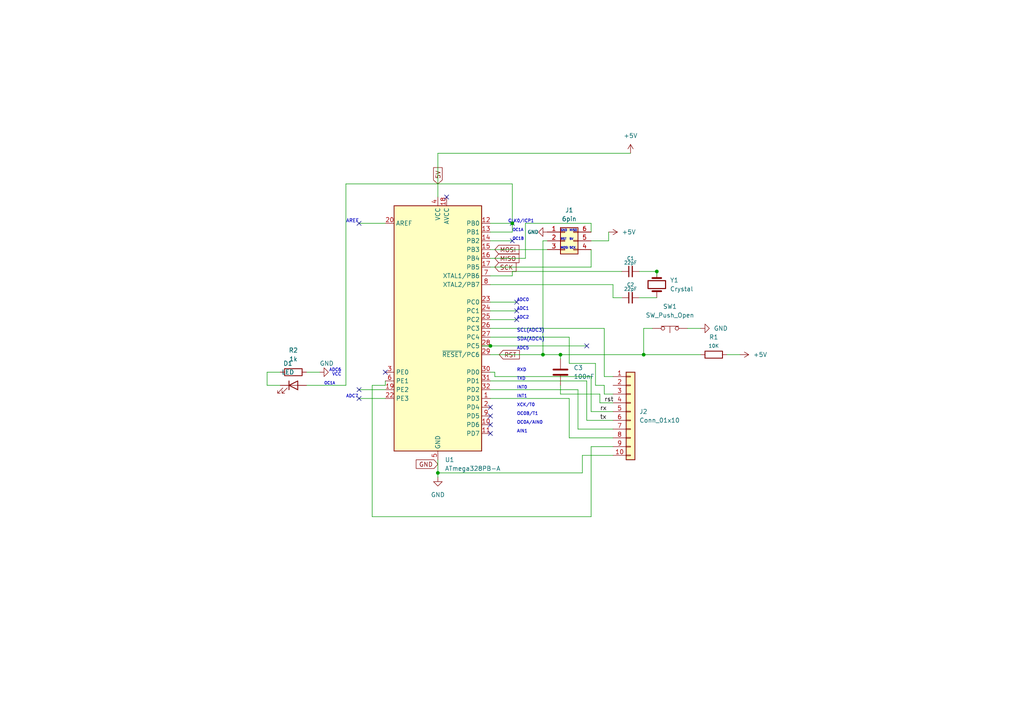
<source format=kicad_sch>
(kicad_sch (version 20230121) (generator eeschema)
  (paper "A4")
  (lib_symbols
    (symbol "Connector_Generic:Conn_01x10" (pin_names (offset 1.016) hide)
      (property "Reference" "J" (at 0 12.7 0))
      (property "Value" "Conn_01x10" (at 0 -15.24 0))
      (symbol "Conn_01x10_1_1"
        (rectangle (start -1.27 -12.573) (end 0 -12.827) (stroke (width 0.1524)))
        (rectangle (start -1.27 -10.033) (end 0 -10.287) (stroke (width 0.1524)))
        (rectangle (start -1.27 -7.493) (end 0 -7.747) (stroke (width 0.1524)))
        (rectangle (start -1.27 -4.953) (end 0 -5.207) (stroke (width 0.1524)))
        (rectangle (start -1.27 -2.413) (end 0 -2.667) (stroke (width 0.1524)))
        (rectangle (start -1.27 0.127) (end 0 -0.127) (stroke (width 0.1524)))
        (rectangle (start -1.27 2.667) (end 0 2.413) (stroke (width 0.1524)))
        (rectangle (start -1.27 5.207) (end 0 4.953) (stroke (width 0.1524)))
        (rectangle (start -1.27 7.747) (end 0 7.493) (stroke (width 0.1524)))
        (rectangle (start -1.27 10.287) (end 0 10.033) (stroke (width 0.1524)))
        (rectangle (start -1.27 11.43) (end 1.27 -13.97) (stroke (width 0.254)) (fill (type background)))
        (pin passive line (at -5.08 10.16 0) (length 3.81) (name "Pin_1") (number "1"))
        (pin passive line (at -5.08 -12.7 0) (length 3.81) (name "Pin_10") (number "10"))
        (pin passive line (at -5.08 7.62 0) (length 3.81) (name "Pin_2") (number "2"))
        (pin passive line (at -5.08 5.08 0) (length 3.81) (name "Pin_3") (number "3"))
        (pin passive line (at -5.08 2.54 0) (length 3.81) (name "Pin_4") (number "4"))
        (pin passive line (at -5.08 0 0) (length 3.81) (name "Pin_5") (number "5"))
        (pin passive line (at -5.08 -2.54 0) (length 3.81) (name "Pin_6") (number "6"))
        (pin passive line (at -5.08 -5.08 0) (length 3.81) (name "Pin_7") (number "7"))
        (pin passive line (at -5.08 -7.62 0) (length 3.81) (name "Pin_8") (number "8"))
        (pin passive line (at -5.08 -10.16 0) (length 3.81) (name "Pin_9") (number "9"))
      )
    )
    (symbol "Connector_Generic:Conn_02x03_Counter_Clockwise" (pin_names (offset 1.016) hide)
      (property "Reference" "J" (at 1.27 5.08 0))
      (property "Value" "Conn_02x03_Counter_Clockwise" (at 1.27 -5.08 0))
      (symbol "Conn_02x03_Counter_Clockwise_1_1"
        (rectangle (start -1.27 -2.413) (end 0 -2.667) (stroke (width 0.1524)))
        (rectangle (start -1.27 0.127) (end 0 -0.127) (stroke (width 0.1524)))
        (rectangle (start -1.27 2.667) (end 0 2.413) (stroke (width 0.1524)))
        (rectangle (start -1.27 3.81) (end 3.81 -3.81) (stroke (width 0.254)) (fill (type background)))
        (rectangle (start 3.81 -2.413) (end 2.54 -2.667) (stroke (width 0.1524)))
        (rectangle (start 3.81 0.127) (end 2.54 -0.127) (stroke (width 0.1524)))
        (rectangle (start 3.81 2.667) (end 2.54 2.413) (stroke (width 0.1524)))
        (pin passive line (at -5.08 2.54 0) (length 3.81) (name "Pin_1") (number "1"))
        (pin passive line (at -5.08 0 0) (length 3.81) (name "Pin_2") (number "2"))
        (pin passive line (at -5.08 -2.54 0) (length 3.81) (name "Pin_3") (number "3"))
        (pin passive line (at 7.62 -2.54 180) (length 3.81) (name "Pin_4") (number "4"))
        (pin passive line (at 7.62 0 180) (length 3.81) (name "Pin_5") (number "5"))
        (pin passive line (at 7.62 2.54 180) (length 3.81) (name "Pin_6") (number "6"))
      )
    )
    (symbol "Device:C" (pin_numbers hide) (pin_names (offset 0.254))
      (property "Reference" "C" (at 0.635 2.54 0))
      (property "Value" "C" (at 0.635 -2.54 0))
      (symbol "C_0_1"
        (polyline (pts (xy -2.032 -0.762) (xy 2.032 -0.762)) (stroke (width 0.508)))
        (polyline (pts (xy -2.032 0.762) (xy 2.032 0.762)) (stroke (width 0.508)))
      )
      (symbol "C_1_1"
        (pin passive line (at 0 3.81 270) (length 2.794) (name "~") (number "1"))
        (pin passive line (at 0 -3.81 90) (length 2.794) (name "~") (number "2"))
      )
    )
    (symbol "Device:C_Small" (pin_numbers hide) (pin_names (offset 0.254) hide)
      (property "Reference" "C" (at 0.254 1.778 0))
      (property "Value" "C_Small" (at 0.254 -2.032 0))
      (symbol "C_Small_0_1"
        (polyline (pts (xy -1.524 -0.508) (xy 1.524 -0.508)) (stroke (width 0.3302)))
        (polyline (pts (xy -1.524 0.508) (xy 1.524 0.508)) (stroke (width 0.3048)))
      )
      (symbol "C_Small_1_1"
        (pin passive line (at 0 2.54 270) (length 2.032) (name "~") (number "1"))
        (pin passive line (at 0 -2.54 90) (length 2.032) (name "~") (number "2"))
      )
    )
    (symbol "Device:Crystal" (pin_numbers hide) (pin_names (offset 1.016) hide)
      (property "Reference" "Y" (at 0 3.81 0))
      (property "Value" "Crystal" (at 0 -3.81 0))
      (symbol "Crystal_0_1"
        (rectangle (start -1.143 2.54) (end 1.143 -2.54) (stroke (width 0.3048)))
        (polyline (pts (xy -2.54 0) (xy -1.905 0)))
        (polyline (pts (xy -1.905 -1.27) (xy -1.905 1.27)) (stroke (width 0.508)))
        (polyline (pts (xy 1.905 -1.27) (xy 1.905 1.27)) (stroke (width 0.508)))
        (polyline (pts (xy 2.54 0) (xy 1.905 0)))
      )
      (symbol "Crystal_1_1"
        (pin passive line (at -3.81 0 0) (length 1.27) (name "1") (number "1"))
        (pin passive line (at 3.81 0 180) (length 1.27) (name "2") (number "2"))
      )
    )
    (symbol "Device:LED" (pin_numbers hide) (pin_names (offset 1.016) hide)
      (property "Reference" "D" (at 0 2.54 0))
      (property "Value" "LED" (at 0 -2.54 0))
      (symbol "LED_0_1"
        (polyline (pts (xy -1.27 -1.27) (xy -1.27 1.27)) (stroke (width 0.254)))
        (polyline (pts (xy -1.27 0) (xy 1.27 0)))
        (polyline (pts (xy 1.27 -1.27) (xy 1.27 1.27) (xy -1.27 0) (xy 1.27 -1.27)) (stroke (width 0.254)))
        (polyline (pts (xy -3.048 -0.762) (xy -4.572 -2.286) (xy -3.81 -2.286) (xy -4.572 -2.286) (xy -4.572 -1.524)))
        (polyline (pts (xy -1.778 -0.762) (xy -3.302 -2.286) (xy -2.54 -2.286) (xy -3.302 -2.286) (xy -3.302 -1.524)))
      )
      (symbol "LED_1_1"
        (pin passive line (at -3.81 0 0) (length 2.54) (name "K") (number "1"))
        (pin passive line (at 3.81 0 180) (length 2.54) (name "A") (number "2"))
      )
    )
    (symbol "Device:R" (pin_numbers hide) (pin_names (offset 0))
      (property "Reference" "R" (at 2.032 0 90))
      (property "Value" "R" (at 0 0 90))
      (symbol "R_0_1"
        (rectangle (start -1.016 -2.54) (end 1.016 2.54) (stroke (width 0.254)))
      )
      (symbol "R_1_1"
        (pin passive line (at 0 3.81 270) (length 1.27) (name "~") (number "1"))
        (pin passive line (at 0 -3.81 90) (length 1.27) (name "~") (number "2"))
      )
    )
    (symbol "MCU_Microchip_ATmega:ATmega328PB-A"
      (property "Reference" "U" (at -12.7 36.83 0))
      (property "Value" "ATmega328PB-A" (at 2.54 -36.83 0))
      (symbol "ATmega328PB-A_0_1"
        (rectangle (start -12.7 -35.56) (end 12.7 35.56) (stroke (width 0.254)) (fill (type background)))
      )
      (symbol "ATmega328PB-A_1_1"
        (pin bidirectional line (at 15.24 -20.32 180) (length 2.54) (name "PD3") (number "1"))
        (pin bidirectional line (at 15.24 -27.94 180) (length 2.54) (name "PD6") (number "10"))
        (pin bidirectional line (at 15.24 -30.48 180) (length 2.54) (name "PD7") (number "11"))
        (pin bidirectional line (at 15.24 30.48 180) (length 2.54) (name "PB0") (number "12"))
        (pin bidirectional line (at 15.24 27.94 180) (length 2.54) (name "PB1") (number "13"))
        (pin bidirectional line (at 15.24 25.4 180) (length 2.54) (name "PB2") (number "14"))
        (pin bidirectional line (at 15.24 22.86 180) (length 2.54) (name "PB3") (number "15"))
        (pin bidirectional line (at 15.24 20.32 180) (length 2.54) (name "PB4") (number "16"))
        (pin bidirectional line (at 15.24 17.78 180) (length 2.54) (name "PB5") (number "17"))
        (pin power_in line (at 2.54 38.1 270) (length 2.54) (name "AVCC") (number "18"))
        (pin bidirectional line (at -15.24 -17.78 0) (length 2.54) (name "PE2") (number "19"))
        (pin bidirectional line (at 15.24 -22.86 180) (length 2.54) (name "PD4") (number "2"))
        (pin passive line (at -15.24 30.48 0) (length 2.54) (name "AREF") (number "20"))
        (pin passive line (at 0 -38.1 90) (length 2.54) hide (name "GND") (number "21"))
        (pin bidirectional line (at -15.24 -20.32 0) (length 2.54) (name "PE3") (number "22"))
        (pin bidirectional line (at 15.24 7.62 180) (length 2.54) (name "PC0") (number "23"))
        (pin bidirectional line (at 15.24 5.08 180) (length 2.54) (name "PC1") (number "24"))
        (pin bidirectional line (at 15.24 2.54 180) (length 2.54) (name "PC2") (number "25"))
        (pin bidirectional line (at 15.24 0 180) (length 2.54) (name "PC3") (number "26"))
        (pin bidirectional line (at 15.24 -2.54 180) (length 2.54) (name "PC4") (number "27"))
        (pin bidirectional line (at 15.24 -5.08 180) (length 2.54) (name "PC5") (number "28"))
        (pin bidirectional line (at 15.24 -7.62 180) (length 2.54) (name "~{RESET}/PC6") (number "29"))
        (pin bidirectional line (at -15.24 -12.7 0) (length 2.54) (name "PE0") (number "3"))
        (pin bidirectional line (at 15.24 -12.7 180) (length 2.54) (name "PD0") (number "30"))
        (pin bidirectional line (at 15.24 -15.24 180) (length 2.54) (name "PD1") (number "31"))
        (pin bidirectional line (at 15.24 -17.78 180) (length 2.54) (name "PD2") (number "32"))
        (pin power_in line (at 0 38.1 270) (length 2.54) (name "VCC") (number "4"))
        (pin power_in line (at 0 -38.1 90) (length 2.54) (name "GND") (number "5"))
        (pin bidirectional line (at -15.24 -15.24 0) (length 2.54) (name "PE1") (number "6"))
        (pin bidirectional line (at 15.24 15.24 180) (length 2.54) (name "XTAL1/PB6") (number "7"))
        (pin bidirectional line (at 15.24 12.7 180) (length 2.54) (name "XTAL2/PB7") (number "8"))
        (pin bidirectional line (at 15.24 -25.4 180) (length 2.54) (name "PD5") (number "9"))
      )
    )
    (symbol "Switch:SW_Push_Open" (pin_numbers hide) (pin_names (offset 1.016) hide)
      (property "Reference" "SW" (at 0 2.54 0))
      (property "Value" "SW_Push_Open" (at 0 -1.905 0))
      (symbol "SW_Push_Open_0_1"
        (circle (center -2.032 0) (radius 0.508))
        (polyline (pts (xy -2.54 -0.635) (xy 2.54 -0.635)))
        (polyline (pts (xy 0 -0.635) (xy 0 1.27)))
        (circle (center 2.032 0) (radius 0.508))
        (pin passive line (at -5.08 0 0) (length 2.54) (name "A") (number "1"))
      )
      (symbol "SW_Push_Open_1_1"
        (pin passive line (at 5.08 0 180) (length 2.54) (name "B") (number "2"))
      )
    )
    (symbol "power:+5V" (power) (pin_names (offset 0))
      (property "Value" "+5V" (at 0 3.556 0))
      (symbol "+5V_0_1"
        (polyline (pts (xy -0.762 1.27) (xy 0 2.54)))
        (polyline (pts (xy 0 0) (xy 0 2.54)))
        (polyline (pts (xy 0 2.54) (xy 0.762 1.27)))
      )
      (symbol "+5V_1_1"
        (pin power_in line (at 0 0 90) (length 0) hide (name "+5V") (number "1"))
      )
    )
    (symbol "power:GND" (power) (pin_names (offset 0))
      (property "Value" "GND" (at 0 -3.81 0))
      (symbol "GND_0_1"
        (polyline (pts (xy 0 0) (xy 0 -1.27) (xy 1.27 -1.27) (xy 0 -2.54) (xy -1.27 -1.27) (xy 0 -1.27)))
      )
      (symbol "GND_1_1"
        (pin power_in line (at 0 0 270) (length 0) hide (name "GND") (number "1"))
      )
    )
  )
  (junction (at 127 137.16))
  (junction (at 157.48 102.87))
  (junction (at 148.59 64.77))
  (junction (at 142.24 100.33))
  (junction (at 186.69 102.87))
  (junction (at 190.5 78.74))
  (junction (at 162.56 102.87))
  (no_connect (at 104.14 115.57))
  (no_connect (at 142.24 123.19))
  (no_connect (at 170.18 100.33))
  (no_connect (at 149.86 90.17))
  (no_connect (at 149.86 92.71))
  (no_connect (at 148.59 64.77))
  (no_connect (at 111.76 107.95))
  (no_connect (at 142.24 125.73))
  (no_connect (at 129.54 57.15))
  (no_connect (at 104.14 113.03))
  (no_connect (at 104.14 64.77))
  (no_connect (at 142.24 118.11))
  (no_connect (at 142.24 120.65))
  (no_connect (at 149.86 87.63))
  (no_connect (at 148.59 69.85))
  (wire (pts (xy 177.8 82.55) (xy 177.8 86.36)))
  (wire (pts (xy 152.4 64.77) (xy 171.45 64.77)))
  (wire (pts (xy 210.82 102.87) (xy 214.63 102.87)))
  (wire (pts (xy 143.51 109.22) (xy 171.45 109.22)))
  (wire (pts (xy 171.45 72.39) (xy 171.45 77.47)))
  (wire (pts (xy 175.26 95.25) (xy 175.26 109.22)))
  (wire (pts (xy 107.95 149.86) (xy 171.45 149.86)))
  (wire (pts (xy 168.91 132.08) (xy 177.8 132.08)))
  (wire (pts (xy 142.24 115.57) (xy 165.1 115.57)))
  (wire (pts (xy 142.24 92.71) (xy 149.86 92.71)))
  (wire (pts (xy 139.7 100.33) (xy 142.24 100.33)))
  (wire (pts (xy 175.26 114.3) (xy 177.8 114.3)))
  (wire (pts (xy 127 44.45) (xy 127 57.15)))
  (wire (pts (xy 189.23 95.25) (xy 186.69 95.25)))
  (wire (pts (xy 171.45 109.22) (xy 171.45 119.38)))
  (wire (pts (xy 186.69 102.87) (xy 203.2 102.87)))
  (wire (pts (xy 168.91 137.16) (xy 168.91 132.08)))
  (wire (pts (xy 148.59 67.31) (xy 148.59 64.77)))
  (wire (pts (xy 143.51 107.95) (xy 143.51 109.22)))
  (wire (pts (xy 171.45 119.38) (xy 177.8 119.38)))
  (wire (pts (xy 162.56 102.87) (xy 186.69 102.87)))
  (wire (pts (xy 158.75 69.85) (xy 157.48 69.85)))
  (wire (pts (xy 180.34 78.74) (xy 148.59 78.74)))
  (wire (pts (xy 185.42 86.36) (xy 190.5 86.36)))
  (wire (pts (xy 127 137.16) (xy 168.91 137.16)))
  (wire (pts (xy 142.24 97.79) (xy 165.1 97.79)))
  (wire (pts (xy 142.24 87.63) (xy 149.86 87.63)))
  (wire (pts (xy 142.24 113.03) (xy 167.64 113.03)))
  (wire (pts (xy 170.18 121.92) (xy 177.8 121.92)))
  (wire (pts (xy 185.42 78.74) (xy 190.5 78.74)))
  (wire (pts (xy 107.95 111.76) (xy 107.95 149.86)))
  (wire (pts (xy 100.33 53.34) (xy 100.33 111.76)))
  (wire (pts (xy 171.45 64.77) (xy 171.45 67.31)))
  (wire (pts (xy 148.59 80.01) (xy 142.24 80.01)))
  (wire (pts (xy 170.18 110.49) (xy 170.18 121.92)))
  (wire (pts (xy 199.39 95.25) (xy 203.2 95.25)))
  (wire (pts (xy 167.64 113.03) (xy 167.64 124.46)))
  (wire (pts (xy 152.4 74.93) (xy 142.24 74.93)))
  (wire (pts (xy 142.24 110.49) (xy 170.18 110.49)))
  (wire (pts (xy 190.5 78.74) (xy 190.5 80.01)))
  (wire (pts (xy 175.26 111.76) (xy 175.26 114.3)))
  (wire (pts (xy 104.14 115.57) (xy 111.76 115.57)))
  (wire (pts (xy 104.14 64.77) (xy 111.76 64.77)))
  (wire (pts (xy 148.59 64.77) (xy 148.59 53.34)))
  (wire (pts (xy 173.99 116.84) (xy 177.8 116.84)))
  (wire (pts (xy 142.24 67.31) (xy 148.59 67.31)))
  (wire (pts (xy 111.76 110.49) (xy 111.76 111.76)))
  (wire (pts (xy 142.24 90.17) (xy 149.86 90.17)))
  (wire (pts (xy 162.56 111.76) (xy 162.56 114.3)))
  (wire (pts (xy 157.48 102.87) (xy 162.56 102.87)))
  (wire (pts (xy 111.76 111.76) (xy 107.95 111.76)))
  (wire (pts (xy 142.24 82.55) (xy 177.8 82.55)))
  (wire (pts (xy 173.99 114.3) (xy 173.99 116.84)))
  (wire (pts (xy 88.9 107.95) (xy 92.71 107.95)))
  (wire (pts (xy 127 44.45) (xy 182.88 44.45)))
  (wire (pts (xy 165.1 127) (xy 177.8 127)))
  (wire (pts (xy 171.45 69.85) (xy 176.53 69.85)))
  (wire (pts (xy 162.56 102.87) (xy 162.56 104.14)))
  (wire (pts (xy 142.24 107.95) (xy 143.51 107.95)))
  (wire (pts (xy 127 133.35) (xy 127 137.16)))
  (wire (pts (xy 148.59 78.74) (xy 148.59 80.01)))
  (wire (pts (xy 148.59 53.34) (xy 100.33 53.34)))
  (wire (pts (xy 142.24 72.39) (xy 158.75 72.39)))
  (wire (pts (xy 175.26 109.22) (xy 177.8 109.22)))
  (wire (pts (xy 171.45 129.54) (xy 171.45 149.86)))
  (wire (pts (xy 177.8 86.36) (xy 180.34 86.36)))
  (wire (pts (xy 142.24 69.85) (xy 148.59 69.85)))
  (wire (pts (xy 157.48 69.85) (xy 157.48 102.87)))
  (wire (pts (xy 167.64 124.46) (xy 177.8 124.46)))
  (wire (pts (xy 162.56 114.3) (xy 173.99 114.3)))
  (wire (pts (xy 171.45 129.54) (xy 177.8 129.54)))
  (wire (pts (xy 77.47 111.76) (xy 77.47 107.95)))
  (wire (pts (xy 172.72 111.76) (xy 175.26 111.76)))
  (wire (pts (xy 81.28 111.76) (xy 77.47 111.76)))
  (wire (pts (xy 104.14 113.03) (xy 111.76 113.03)))
  (wire (pts (xy 172.72 105.41) (xy 172.72 111.76)))
  (wire (pts (xy 165.1 97.79) (xy 165.1 105.41)))
  (wire (pts (xy 142.24 95.25) (xy 175.26 95.25)))
  (wire (pts (xy 176.53 69.85) (xy 176.53 67.31)))
  (wire (pts (xy 77.47 107.95) (xy 81.28 107.95)))
  (wire (pts (xy 186.69 95.25) (xy 186.69 102.87)))
  (wire (pts (xy 165.1 105.41) (xy 172.72 105.41)))
  (wire (pts (xy 142.24 77.47) (xy 171.45 77.47)))
  (wire (pts (xy 142.24 100.33) (xy 170.18 100.33)))
  (wire (pts (xy 152.4 64.77) (xy 152.4 74.93)))
  (wire (pts (xy 142.24 64.77) (xy 148.59 64.77)))
  (wire (pts (xy 88.9 111.76) (xy 100.33 111.76)))
  (wire (pts (xy 127 137.16) (xy 127 138.43)))
  (wire (pts (xy 142.24 102.87) (xy 157.48 102.87)))
  (wire (pts (xy 165.1 115.57) (xy 165.1 127)))
  (text "OC1A" (at 148.59 67.31 0) (effects (font (size 0.8 0.8)) (justify left bottom)))
  (text "GND" (at 162.56 67.31 0) (effects (font (size 0.6 0.6)) (justify left bottom)))
  (text "SDA(ADC4)" (at 149.86 99.06 0) (effects (font (size 1 1)) (justify left bottom)))
  (text "ADC2" (at 149.86 92.71 0) (effects (font (size 0.9 0.9)) (justify left bottom)))
  (text "ADC5" (at 149.86 101.6 0) (effects (font (size 0.9 0.9)) (justify left bottom)))
  (text "VCC" (at 99.06 109.22 0) (effects (font (size 0.9 0.9)) (justify right bottom)))
  (text "SCL(ADC3)" (at 149.86 96.52 0) (effects (font (size 1 1)) (justify left bottom)))
  (text "ADC7" (at 100.33 115.57 0) (effects (font (size 0.9 0.9)) (justify left bottom)))
  (text "RXD" (at 149.86 107.95 0) (effects (font (size 0.9 0.9)) (justify left bottom)))
  (text "ADC6" (at 99.06 107.95 0) (effects (font (size 0.9 0.9)) (justify right bottom)))
  (text "MISO" (at 165.1 67.31 0) (effects (font (size 0.6 0.6)) (justify left bottom)))
  (text "CLK0/ICP1" (at 147.32 64.77 0) (effects (font (size 0.9 0.9)) (justify left bottom)))
  (text "INT0" (at 149.86 113.03 0) (effects (font (size 0.9 0.9)) (justify left bottom)))
  (text "OC1A" (at 93.98 111.76 0) (effects (font (size 0.8 0.8)) (justify left bottom)))
  (text "ADC0" (at 149.86 87.63 0) (effects (font (size 0.9 0.9)) (justify left bottom)))
  (text "OC0A/AIN0" (at 149.86 123.19 0) (effects (font (size 0.9 0.9)) (justify left bottom)))
  (text "SCK" (at 165.1 72.39 0) (effects (font (size 0.6 0.6)) (justify left bottom)))
  (text "MOSI" (at 162.56 72.39 0) (effects (font (size 0.6 0.6)) (justify left bottom)))
  (text "AREF" (at 100.33 64.77 0) (effects (font (size 1 1)) (justify left bottom)))
  (text "INT1" (at 149.86 115.57 0) (effects (font (size 0.9 0.9)) (justify left bottom)))
  (text "OC0B/T1" (at 149.86 120.65 0) (effects (font (size 0.9 0.9)) (justify left bottom)))
  (text "OC1B" (at 148.59 69.85 0) (effects (font (size 0.8 0.8)) (justify left bottom)))
  (text "5V" (at 165.1 69.85 0) (effects (font (size 0.6 0.6)) (justify left bottom)))
  (text "RST" (at 162.56 69.85 0) (effects (font (size 0.6 0.6)) (justify left bottom)))
  (text "AIN1" (at 149.86 125.73 0) (effects (font (size 0.9 0.9)) (justify left bottom)))
  (text "XCK/T0" (at 149.86 118.11 0) (effects (font (size 0.9 0.9)) (justify left bottom)))
  (text "ADC1" (at 149.86 90.17 0) (effects (font (size 0.9 0.9)) (justify left bottom)))
  (text "TXD" (at 149.86 110.49 0) (effects (font (size 0.9 0.9)) (justify left bottom)))
  (label "rx" (at 173.99 119.38 0))
  (label "tx" (at 173.99 121.92 0))
  (label "rst" (at 175.26 116.84 0))
  (global_label "RST" (shape input) (at 144.78 102.87 0) (property "Intersheetrefs" "${INTERSHEET_REFS}" (effects hide)))
  (global_label "MOSI" (shape input) (at 143.51 72.39 0) (property "Intersheetrefs" "${INTERSHEET_REFS}" (effects hide)))
  (global_label "SCK" (shape input) (at 143.51 77.47 0) (property "Intersheetrefs" "${INTERSHEET_REFS}" (effects hide)))
  (global_label "MISO" (shape input) (at 143.51 74.93 0) (property "Intersheetrefs" "${INTERSHEET_REFS}" (effects hide)))
  (global_label "5V" (shape input) (at 127 53.34 90) (property "Intersheetrefs" "${INTERSHEET_REFS}" (effects hide)))
  (global_label "GND" (shape input) (at 127 134.62 180) (property "Intersheetrefs" "${INTERSHEET_REFS}" (effects hide)))
  (symbol (lib_id "Device:C") (at 162.56 107.95 0) (unit 1)
    (property "Reference" "C3" (at 166.37 106.6799 0) (effects (justify left)))
    (property "Value" "100nF" (at 166.37 109.2199 0) (effects (justify left)))
    (property "Footprint" "Capacitor_THT:C_Disc_D3.0mm_W1.6mm_P2.50mm" (effects hide))
  )
  (symbol (lib_id "Device:LED") (at 85.09 111.76 0) (unit 1)
    (property "Reference" "D1" (at 83.5025 105.41 0))
    (property "Value" "LED" (at 83.5025 107.95 0))
    (property "Footprint" "LED_THT:LED_D5.0mm" (effects hide))
  )
  (symbol (lib_id "Connector_Generic:Conn_01x10") (at 182.88 119.38 0) (unit 1)
    (property "Reference" "J2" (at 185.42 119.3799 0) (effects (justify left)))
    (property "Value" "Conn_01x10" (at 185.42 121.9199 0) (effects (justify left)))
    (property "Footprint" "Connector_PinHeader_2.54mm:PinHeader_1x10_P2.54mm_Vertical" (effects hide))
  )
  (symbol (lib_id "Device:C_Small") (at 182.88 78.74 90) (unit 1)
    (property "Reference" "C1" (at 182.88 74.93 90) (effects (font (size 1 1))))
    (property "Value" "22pF" (at 182.88 76.2 90) (effects (font (size 1 1))))
    (property "Footprint" "Capacitor_THT:C_Disc_D3.0mm_W1.6mm_P2.50mm" (effects hide))
  )
  (symbol (lib_id "Switch:SW_Push_Open") (at 194.31 95.25 180) (unit 1)
    (property "Reference" "SW1" (at 194.31 88.9 0))
    (property "Value" "SW_Push_Open" (at 194.31 91.44 0))
    (property "Footprint" "Button_Switch_THT:SW_PUSH_6mm" (effects hide))
  )
  (symbol (lib_id "Connector_Generic:Conn_02x03_Counter_Clockwise") (at 163.83 69.85 0) (unit 1)
    (property "Reference" "J1" (at 165.1 60.96 0))
    (property "Value" "6pin" (at 165.1 63.5 0))
    (property "Footprint" "Connector_PinHeader_2.54mm:PinHeader_2x03_P2.54mm_Vertical" (effects hide))
  )
  (symbol (lib_id "power:+5V") (at 182.88 44.45 0) (unit 1)
    (property "Reference" "#PWR0108" (effects hide))
    (property "Value" "+5V" (at 182.88 39.37 0))
  )
  (symbol (lib_id "power:GND") (at 127 138.43 0) (unit 1)
    (property "Reference" "#PWR0104" (effects hide))
    (property "Value" "GND" (at 127 143.51 0))
  )
  (symbol (lib_id "Device:C_Small") (at 182.88 86.36 90) (unit 1)
    (property "Reference" "C2" (at 182.88 82.55 90) (effects (font (size 1 1))))
    (property "Value" "22pF" (at 182.88 83.82 90) (effects (font (size 1 1))))
    (property "Footprint" "Capacitor_THT:C_Disc_D3.0mm_W1.6mm_P2.50mm" (effects hide))
  )
  (symbol (lib_id "MCU_Microchip_ATmega:ATmega328PB-A") (at 127 95.25 0) (unit 1)
    (property "Reference" "U1" (at 129.0194 133.35 0) (effects (justify left)))
    (property "Value" "ATmega328PB-A" (at 129.0194 135.89 0) (effects (justify left)))
    (property "Footprint" "Package_QFP:TQFP-32_7x7mm_P0.8mm" (effects hide))
    (property "Datasheet" "http://ww1.microchip.com/downloads/en/DeviceDoc/40001906C.pdf" (effects hide))
  )
  (symbol (lib_id "Device:R") (at 85.09 107.95 90) (unit 1)
    (property "Reference" "R2" (at 85.09 101.6 90))
    (property "Value" "1k" (at 85.09 104.14 90))
    (property "Footprint" "Resistor_THT:R_Axial_DIN0204_L3.6mm_D1.6mm_P1.90mm_Vertical" (effects hide))
  )
  (symbol (lib_id "power:GND") (at 158.75 67.31 270) (unit 1)
    (property "Reference" "#PWR0102" (effects hide))
    (property "Value" "GND" (at 156.21 67.31 90) (effects (font (size 1 1)) (justify right)))
  )
  (symbol (lib_id "Device:R") (at 207.01 102.87 90) (unit 1)
    (property "Reference" "R1" (at 207.01 97.79 90))
    (property "Value" "10K" (at 207.01 100.33 90) (effects (font (size 1 1))))
    (property "Footprint" "Resistor_THT:R_Axial_DIN0204_L3.6mm_D1.6mm_P1.90mm_Vertical" (effects hide))
  )
  (symbol (lib_id "power:GND") (at 92.71 107.95 90) (unit 1)
    (property "Reference" "#PWR0107" (effects hide))
    (property "Value" "GND" (at 92.71 105.41 90) (effects (justify right)))
  )
  (symbol (lib_id "Device:Crystal") (at 190.5 82.55 90) (unit 1)
    (property "Reference" "Y1" (at 194.31 81.2799 90) (effects (justify right)))
    (property "Value" "Crystal" (at 194.31 83.8199 90) (effects (justify right)))
    (property "Footprint" "Crystal:Crystal_HC49-4H_Vertical" (effects hide))
  )
  (symbol (lib_id "power:+5V") (at 176.53 67.31 270) (unit 1)
    (property "Reference" "#PWR0103" (effects hide))
    (property "Value" "+5V" (at 180.34 67.3099 90) (effects (justify left)))
  )
  (symbol (lib_id "power:+5V") (at 214.63 102.87 270) (unit 1)
    (property "Reference" "#PWR0101" (effects hide))
    (property "Value" "+5V" (at 218.44 102.8699 90) (effects (justify left)))
  )
  (symbol (lib_id "power:GND") (at 203.2 95.25 90) (unit 1)
    (property "Reference" "#PWR0105" (effects hide))
    (property "Value" "GND" (at 207.01 95.2499 90) (effects (justify right)))
  )
)
</source>
